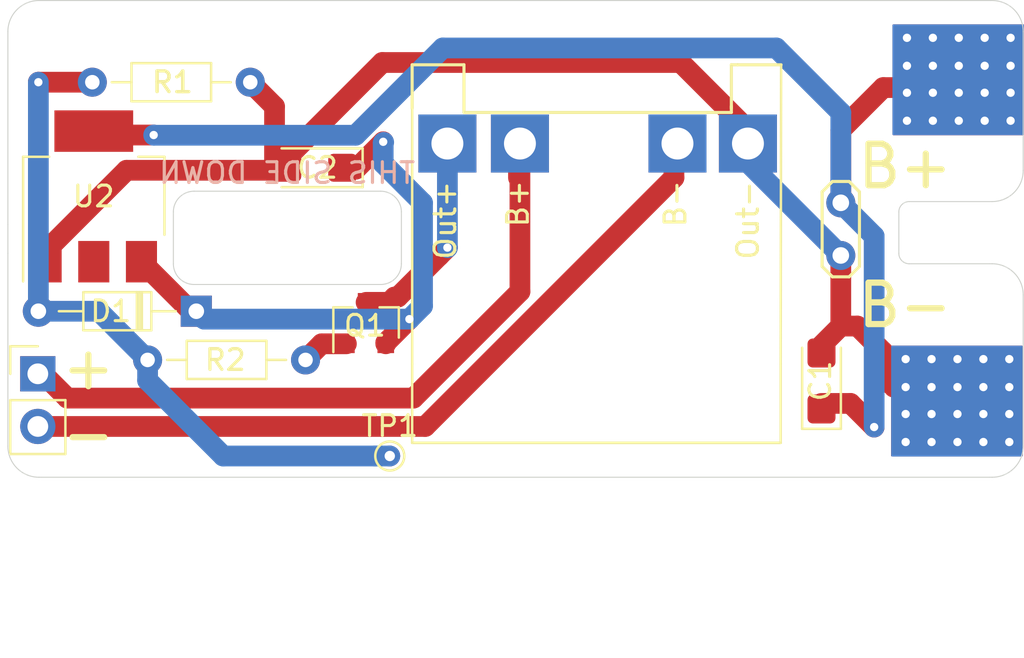
<source format=kicad_pcb>
(kicad_pcb (version 20171130) (host pcbnew "(5.1.5)-3")

  (general
    (thickness 1.6)
    (drawings 42)
    (tracks 123)
    (zones 0)
    (modules 11)
    (nets 9)
  )

  (page A4)
  (layers
    (0 F.Cu signal)
    (31 B.Cu signal)
    (32 B.Adhes user)
    (33 F.Adhes user)
    (34 B.Paste user)
    (35 F.Paste user)
    (36 B.SilkS user)
    (37 F.SilkS user)
    (38 B.Mask user)
    (39 F.Mask user)
    (40 Dwgs.User user hide)
    (41 Cmts.User user hide)
    (42 Eco1.User user hide)
    (43 Eco2.User user hide)
    (44 Edge.Cuts user)
    (45 Margin user)
    (46 B.CrtYd user)
    (47 F.CrtYd user)
    (48 B.Fab user hide)
    (49 F.Fab user hide)
  )

  (setup
    (last_trace_width 0.25)
    (user_trace_width 1)
    (trace_clearance 0.2)
    (zone_clearance 0.508)
    (zone_45_only no)
    (trace_min 0.2)
    (via_size 0.8)
    (via_drill 0.4)
    (via_min_size 0.4)
    (via_min_drill 0.3)
    (uvia_size 0.3)
    (uvia_drill 0.1)
    (uvias_allowed no)
    (uvia_min_size 0.2)
    (uvia_min_drill 0.1)
    (edge_width 0.05)
    (segment_width 0.2)
    (pcb_text_width 0.3)
    (pcb_text_size 1.5 1.5)
    (mod_edge_width 0.12)
    (mod_text_size 1 1)
    (mod_text_width 0.15)
    (pad_size 1.524 1.524)
    (pad_drill 0.762)
    (pad_to_mask_clearance 0.051)
    (solder_mask_min_width 0.25)
    (aux_axis_origin 0 0)
    (visible_elements 7FFFFFFF)
    (pcbplotparams
      (layerselection 0x010f0_ffffffff)
      (usegerberextensions true)
      (usegerberattributes false)
      (usegerberadvancedattributes false)
      (creategerberjobfile false)
      (excludeedgelayer true)
      (linewidth 0.100000)
      (plotframeref false)
      (viasonmask false)
      (mode 1)
      (useauxorigin false)
      (hpglpennumber 1)
      (hpglpenspeed 20)
      (hpglpendiameter 15.000000)
      (psnegative false)
      (psa4output false)
      (plotreference true)
      (plotvalue true)
      (plotinvisibletext false)
      (padsonsilk false)
      (subtractmaskfromsilk false)
      (outputformat 1)
      (mirror false)
      (drillshape 0)
      (scaleselection 1)
      (outputdirectory "gerbers/"))
  )

  (net 0 "")
  (net 1 "Net-(BT1-Pad2)")
  (net 2 "Net-(BT1-Pad1)")
  (net 3 "Net-(D1-Pad2)")
  (net 4 "Net-(Q1-Pad3)")
  (net 5 "Net-(Q1-Pad1)")
  (net 6 "Net-(C1-Pad2)")
  (net 7 "Net-(C1-Pad1)")
  (net 8 "Net-(C2-Pad1)")

  (net_class Default "This is the default net class."
    (clearance 0.2)
    (trace_width 0.25)
    (via_dia 0.8)
    (via_drill 0.4)
    (uvia_dia 0.3)
    (uvia_drill 0.1)
    (add_net "Net-(BT1-Pad1)")
    (add_net "Net-(BT1-Pad2)")
    (add_net "Net-(C1-Pad1)")
    (add_net "Net-(C1-Pad2)")
    (add_net "Net-(C2-Pad1)")
    (add_net "Net-(D1-Pad2)")
    (add_net "Net-(Q1-Pad1)")
    (add_net "Net-(Q1-Pad3)")
  )

  (module Capacitor_Tantalum_SMD:CP_EIA-3216-18_Kemet-A (layer F.Cu) (tedit 5B301BBE) (tstamp 5EAA2980)
    (at 91.821 27.3685 180)
    (descr "Tantalum Capacitor SMD Kemet-A (3216-18 Metric), IPC_7351 nominal, (Body size from: http://www.kemet.com/Lists/ProductCatalog/Attachments/253/KEM_TC101_STD.pdf), generated with kicad-footprint-generator")
    (tags "capacitor tantalum")
    (path /5EA9F1F5)
    (attr smd)
    (fp_text reference C2 (at -0.127 0) (layer F.SilkS)
      (effects (font (size 1 1) (thickness 0.15)))
    )
    (fp_text value 10u (at 0 1.75) (layer F.Fab)
      (effects (font (size 1 1) (thickness 0.15)))
    )
    (fp_text user %R (at 0 0) (layer F.Fab)
      (effects (font (size 0.8 0.8) (thickness 0.12)))
    )
    (fp_line (start 2.3 1.05) (end -2.3 1.05) (layer F.CrtYd) (width 0.05))
    (fp_line (start 2.3 -1.05) (end 2.3 1.05) (layer F.CrtYd) (width 0.05))
    (fp_line (start -2.3 -1.05) (end 2.3 -1.05) (layer F.CrtYd) (width 0.05))
    (fp_line (start -2.3 1.05) (end -2.3 -1.05) (layer F.CrtYd) (width 0.05))
    (fp_line (start -2.31 0.935) (end 1.6 0.935) (layer F.SilkS) (width 0.12))
    (fp_line (start -2.31 -0.935) (end -2.31 0.935) (layer F.SilkS) (width 0.12))
    (fp_line (start 1.6 -0.935) (end -2.31 -0.935) (layer F.SilkS) (width 0.12))
    (fp_line (start 1.6 0.8) (end 1.6 -0.8) (layer F.Fab) (width 0.1))
    (fp_line (start -1.6 0.8) (end 1.6 0.8) (layer F.Fab) (width 0.1))
    (fp_line (start -1.6 -0.4) (end -1.6 0.8) (layer F.Fab) (width 0.1))
    (fp_line (start -1.2 -0.8) (end -1.6 -0.4) (layer F.Fab) (width 0.1))
    (fp_line (start 1.6 -0.8) (end -1.2 -0.8) (layer F.Fab) (width 0.1))
    (pad 2 smd roundrect (at 1.35 0 180) (size 1.4 1.35) (layers F.Cu F.Paste F.Mask) (roundrect_rratio 0.185185)
      (net 6 "Net-(C1-Pad2)"))
    (pad 1 smd roundrect (at -1.35 0 180) (size 1.4 1.35) (layers F.Cu F.Paste F.Mask) (roundrect_rratio 0.185185)
      (net 8 "Net-(C2-Pad1)"))
    (model ${KISYS3DMOD}/Capacitor_Tantalum_SMD.3dshapes/CP_EIA-3216-18_Kemet-A.wrl
      (at (xyz 0 0 0))
      (scale (xyz 1 1 1))
      (rotate (xyz 0 0 0))
    )
  )

  (module Capacitor_Tantalum_SMD:CP_EIA-3216-18_Kemet-A (layer F.Cu) (tedit 5B301BBE) (tstamp 5EAA296D)
    (at 116.2685 37.6555 90)
    (descr "Tantalum Capacitor SMD Kemet-A (3216-18 Metric), IPC_7351 nominal, (Body size from: http://www.kemet.com/Lists/ProductCatalog/Attachments/253/KEM_TC101_STD.pdf), generated with kicad-footprint-generator")
    (tags "capacitor tantalum")
    (path /5EAA0031)
    (attr smd)
    (fp_text reference C1 (at 0 -0.0635 90) (layer F.SilkS)
      (effects (font (size 1 1) (thickness 0.15)))
    )
    (fp_text value 22u (at 0 1.75 90) (layer F.Fab)
      (effects (font (size 1 1) (thickness 0.15)))
    )
    (fp_text user %R (at 0 0 90) (layer F.Fab)
      (effects (font (size 0.8 0.8) (thickness 0.12)))
    )
    (fp_line (start 2.3 1.05) (end -2.3 1.05) (layer F.CrtYd) (width 0.05))
    (fp_line (start 2.3 -1.05) (end 2.3 1.05) (layer F.CrtYd) (width 0.05))
    (fp_line (start -2.3 -1.05) (end 2.3 -1.05) (layer F.CrtYd) (width 0.05))
    (fp_line (start -2.3 1.05) (end -2.3 -1.05) (layer F.CrtYd) (width 0.05))
    (fp_line (start -2.31 0.935) (end 1.6 0.935) (layer F.SilkS) (width 0.12))
    (fp_line (start -2.31 -0.935) (end -2.31 0.935) (layer F.SilkS) (width 0.12))
    (fp_line (start 1.6 -0.935) (end -2.31 -0.935) (layer F.SilkS) (width 0.12))
    (fp_line (start 1.6 0.8) (end 1.6 -0.8) (layer F.Fab) (width 0.1))
    (fp_line (start -1.6 0.8) (end 1.6 0.8) (layer F.Fab) (width 0.1))
    (fp_line (start -1.6 -0.4) (end -1.6 0.8) (layer F.Fab) (width 0.1))
    (fp_line (start -1.2 -0.8) (end -1.6 -0.4) (layer F.Fab) (width 0.1))
    (fp_line (start 1.6 -0.8) (end -1.2 -0.8) (layer F.Fab) (width 0.1))
    (pad 2 smd roundrect (at 1.35 0 90) (size 1.4 1.35) (layers F.Cu F.Paste F.Mask) (roundrect_rratio 0.185185)
      (net 6 "Net-(C1-Pad2)"))
    (pad 1 smd roundrect (at -1.35 0 90) (size 1.4 1.35) (layers F.Cu F.Paste F.Mask) (roundrect_rratio 0.185185)
      (net 7 "Net-(C1-Pad1)"))
    (model ${KISYS3DMOD}/Capacitor_Tantalum_SMD.3dshapes/CP_EIA-3216-18_Kemet-A.wrl
      (at (xyz 0 0 0))
      (scale (xyz 1 1 1))
      (rotate (xyz 0 0 0))
    )
  )

  (module TestPoint:TestPoint_THTPad_D1.0mm_Drill0.5mm (layer F.Cu) (tedit 5A0F774F) (tstamp 5EA5F820)
    (at 95.4405 41.275)
    (descr "THT pad as test Point, diameter 1.0mm, hole diameter 0.5mm")
    (tags "test point THT pad")
    (path /5EA46751)
    (attr virtual)
    (fp_text reference TP1 (at 0 -1.448) (layer F.SilkS)
      (effects (font (size 1 1) (thickness 0.15)))
    )
    (fp_text value TestPoint (at 0 1.55) (layer F.Fab)
      (effects (font (size 1 1) (thickness 0.15)))
    )
    (fp_circle (center 0 0) (end 0 0.7) (layer F.SilkS) (width 0.12))
    (fp_circle (center 0 0) (end 1 0) (layer F.CrtYd) (width 0.05))
    (fp_text user %R (at 0 -1.45) (layer F.Fab)
      (effects (font (size 1 1) (thickness 0.15)))
    )
    (pad 1 thru_hole circle (at 0 0) (size 1 1) (drill 0.5) (layers *.Cu *.Mask)
      (net 3 "Net-(D1-Pad2)"))
  )

  (module Resistor_THT:R_Axial_DIN0204_L3.6mm_D1.6mm_P7.62mm_Horizontal (layer F.Cu) (tedit 5AE5139B) (tstamp 5EA5F04B)
    (at 83.7565 36.6395)
    (descr "Resistor, Axial_DIN0204 series, Axial, Horizontal, pin pitch=7.62mm, 0.167W, length*diameter=3.6*1.6mm^2, http://cdn-reichelt.de/documents/datenblatt/B400/1_4W%23YAG.pdf")
    (tags "Resistor Axial_DIN0204 series Axial Horizontal pin pitch 7.62mm 0.167W length 3.6mm diameter 1.6mm")
    (path /5EA6A02A)
    (fp_text reference R2 (at 3.7465 0) (layer F.SilkS)
      (effects (font (size 1 1) (thickness 0.15)))
    )
    (fp_text value 100 (at 3.81 1.92) (layer F.Fab)
      (effects (font (size 1 1) (thickness 0.15)))
    )
    (fp_text user %R (at 3.81 0) (layer F.Fab)
      (effects (font (size 0.72 0.72) (thickness 0.108)))
    )
    (fp_line (start 8.57 -1.05) (end -0.95 -1.05) (layer F.CrtYd) (width 0.05))
    (fp_line (start 8.57 1.05) (end 8.57 -1.05) (layer F.CrtYd) (width 0.05))
    (fp_line (start -0.95 1.05) (end 8.57 1.05) (layer F.CrtYd) (width 0.05))
    (fp_line (start -0.95 -1.05) (end -0.95 1.05) (layer F.CrtYd) (width 0.05))
    (fp_line (start 6.68 0) (end 5.73 0) (layer F.SilkS) (width 0.12))
    (fp_line (start 0.94 0) (end 1.89 0) (layer F.SilkS) (width 0.12))
    (fp_line (start 5.73 -0.92) (end 1.89 -0.92) (layer F.SilkS) (width 0.12))
    (fp_line (start 5.73 0.92) (end 5.73 -0.92) (layer F.SilkS) (width 0.12))
    (fp_line (start 1.89 0.92) (end 5.73 0.92) (layer F.SilkS) (width 0.12))
    (fp_line (start 1.89 -0.92) (end 1.89 0.92) (layer F.SilkS) (width 0.12))
    (fp_line (start 7.62 0) (end 5.61 0) (layer F.Fab) (width 0.1))
    (fp_line (start 0 0) (end 2.01 0) (layer F.Fab) (width 0.1))
    (fp_line (start 5.61 -0.8) (end 2.01 -0.8) (layer F.Fab) (width 0.1))
    (fp_line (start 5.61 0.8) (end 5.61 -0.8) (layer F.Fab) (width 0.1))
    (fp_line (start 2.01 0.8) (end 5.61 0.8) (layer F.Fab) (width 0.1))
    (fp_line (start 2.01 -0.8) (end 2.01 0.8) (layer F.Fab) (width 0.1))
    (pad 2 thru_hole oval (at 7.62 0) (size 1.4 1.4) (drill 0.7) (layers *.Cu *.Mask)
      (net 5 "Net-(Q1-Pad1)"))
    (pad 1 thru_hole circle (at 0 0) (size 1.4 1.4) (drill 0.7) (layers *.Cu *.Mask)
      (net 3 "Net-(D1-Pad2)"))
    (model ${KISYS3DMOD}/Resistor_THT.3dshapes/R_Axial_DIN0204_L3.6mm_D1.6mm_P7.62mm_Horizontal.wrl
      (at (xyz 0 0 0))
      (scale (xyz 1 1 1))
      (rotate (xyz 0 0 0))
    )
  )

  (module Resistor_THT:R_Axial_DIN0204_L3.6mm_D1.6mm_P7.62mm_Horizontal (layer F.Cu) (tedit 5AE5139B) (tstamp 5EA46817)
    (at 81.0895 23.241)
    (descr "Resistor, Axial_DIN0204 series, Axial, Horizontal, pin pitch=7.62mm, 0.167W, length*diameter=3.6*1.6mm^2, http://cdn-reichelt.de/documents/datenblatt/B400/1_4W%23YAG.pdf")
    (tags "Resistor Axial_DIN0204 series Axial Horizontal pin pitch 7.62mm 0.167W length 3.6mm diameter 1.6mm")
    (path /5EA0FDCF)
    (fp_text reference R1 (at 3.853 -0.0015) (layer F.SilkS)
      (effects (font (size 1 1) (thickness 0.15)))
    )
    (fp_text value 100K (at 3.81 1.92) (layer F.Fab)
      (effects (font (size 1 1) (thickness 0.15)))
    )
    (fp_text user %R (at 3.81 0) (layer F.Fab)
      (effects (font (size 0.72 0.72) (thickness 0.108)))
    )
    (fp_line (start 8.57 -1.05) (end -0.95 -1.05) (layer F.CrtYd) (width 0.05))
    (fp_line (start 8.57 1.05) (end 8.57 -1.05) (layer F.CrtYd) (width 0.05))
    (fp_line (start -0.95 1.05) (end 8.57 1.05) (layer F.CrtYd) (width 0.05))
    (fp_line (start -0.95 -1.05) (end -0.95 1.05) (layer F.CrtYd) (width 0.05))
    (fp_line (start 6.68 0) (end 5.73 0) (layer F.SilkS) (width 0.12))
    (fp_line (start 0.94 0) (end 1.89 0) (layer F.SilkS) (width 0.12))
    (fp_line (start 5.73 -0.92) (end 1.89 -0.92) (layer F.SilkS) (width 0.12))
    (fp_line (start 5.73 0.92) (end 5.73 -0.92) (layer F.SilkS) (width 0.12))
    (fp_line (start 1.89 0.92) (end 5.73 0.92) (layer F.SilkS) (width 0.12))
    (fp_line (start 1.89 -0.92) (end 1.89 0.92) (layer F.SilkS) (width 0.12))
    (fp_line (start 7.62 0) (end 5.61 0) (layer F.Fab) (width 0.1))
    (fp_line (start 0 0) (end 2.01 0) (layer F.Fab) (width 0.1))
    (fp_line (start 5.61 -0.8) (end 2.01 -0.8) (layer F.Fab) (width 0.1))
    (fp_line (start 5.61 0.8) (end 5.61 -0.8) (layer F.Fab) (width 0.1))
    (fp_line (start 2.01 0.8) (end 5.61 0.8) (layer F.Fab) (width 0.1))
    (fp_line (start 2.01 -0.8) (end 2.01 0.8) (layer F.Fab) (width 0.1))
    (pad 2 thru_hole oval (at 7.62 0) (size 1.4 1.4) (drill 0.7) (layers *.Cu *.Mask)
      (net 6 "Net-(C1-Pad2)"))
    (pad 1 thru_hole circle (at 0 0) (size 1.4 1.4) (drill 0.7) (layers *.Cu *.Mask)
      (net 3 "Net-(D1-Pad2)"))
    (model ${KISYS3DMOD}/Resistor_THT.3dshapes/R_Axial_DIN0204_L3.6mm_D1.6mm_P7.62mm_Horizontal.wrl
      (at (xyz 0 0 0))
      (scale (xyz 1 1 1))
      (rotate (xyz 0 0 0))
    )
  )

  (module kiCad_mod:TP4056-18650 (layer F.Cu) (tedit 5EA46347) (tstamp 5EA4759A)
    (at 96.52 50.8 90)
    (path /5EA05227)
    (fp_text reference U1 (at 13.6 19.6 90) (layer F.SilkS) hide
      (effects (font (size 1 1) (thickness 0.15)))
    )
    (fp_text value misc_tp4056_board-tp4056 (at 13 -1.6 90) (layer F.Fab) hide
      (effects (font (size 1 1) (thickness 0.15)))
    )
    (fp_text user Out- (at 20.9 16.2 90) (layer F.SilkS)
      (effects (font (size 1 1) (thickness 0.15)))
    )
    (fp_text user Out+ (at 20.9 1.6 90) (layer F.SilkS)
      (effects (font (size 1 1) (thickness 0.15)))
    )
    (fp_text user B- (at 21.7 12.7 90) (layer F.SilkS)
      (effects (font (size 1 1) (thickness 0.15)))
    )
    (fp_text user B+ (at 21.7 5.1 90) (layer F.SilkS)
      (effects (font (size 1 1) (thickness 0.15)))
    )
    (fp_line (start 28.4 15.7) (end 28.4 17.8) (layer F.SilkS) (width 0.15))
    (fp_line (start 28.4 2.5) (end 26.1 2.5) (layer F.SilkS) (width 0.15))
    (fp_line (start 28.4 0) (end 28.4 2.5) (layer F.SilkS) (width 0.15))
    (fp_line (start 26.3 0) (end 28.4 0) (layer F.SilkS) (width 0.15))
    (fp_line (start 28.4 15.4) (end 28.4 15.7) (layer F.SilkS) (width 0.15))
    (fp_line (start 26.3 15.4) (end 28.4 15.4) (layer F.SilkS) (width 0.15))
    (fp_line (start 26.1 15.4) (end 26.4 15.4) (layer F.SilkS) (width 0.15))
    (fp_line (start 26.1 2.5) (end 26.1 15.4) (layer F.SilkS) (width 0.15))
    (fp_line (start 26.3 0) (end 13.97 0) (layer F.SilkS) (width 0.12))
    (fp_line (start 13.97 17.78) (end 28.4 17.8) (layer F.SilkS) (width 0.12))
    (fp_line (start 10.16 0) (end 10.16 17.78) (layer F.SilkS) (width 0.12))
    (fp_line (start 13.97 0) (end 10.16 0) (layer F.SilkS) (width 0.12))
    (fp_line (start 10.16 0) (end 10.16 17.78) (layer F.SilkS) (width 0.12))
    (fp_line (start 10.16 17.78) (end 13.97 17.78) (layer F.SilkS) (width 0.12))
    (pad 5 thru_hole rect (at 24.6 1.7 90) (size 2.8 2.8) (drill 1.54) (layers *.Cu *.Mask)
      (net 4 "Net-(Q1-Pad3)"))
    (pad 6 thru_hole rect (at 24.6 16.2 90) (size 2.8 2.8) (drill 1.54) (layers *.Cu *.Mask)
      (net 6 "Net-(C1-Pad2)"))
    (pad 3 thru_hole rect (at 24.6 5.2 90) (size 2.8 2.8) (drill 1.54) (layers *.Cu *.Mask)
      (net 2 "Net-(BT1-Pad1)"))
    (pad 4 thru_hole rect (at 24.6 12.8 90) (size 2.8 2.8) (drill 1.54) (layers *.Cu *.Mask)
      (net 1 "Net-(BT1-Pad2)"))
  )

  (module Package_TO_SOT_SMD:SOT-223-3_TabPin2 (layer F.Cu) (tedit 5A02FF57) (tstamp 5EA49B96)
    (at 81.16 28.75 90)
    (descr "module CMS SOT223 4 pins")
    (tags "CMS SOT")
    (path /5EA50985)
    (attr smd)
    (fp_text reference U2 (at 0 -0.007 180) (layer F.SilkS)
      (effects (font (size 1 1) (thickness 0.15)))
    )
    (fp_text value AMS1117-3.3 (at 0 4.5 90) (layer F.Fab)
      (effects (font (size 1 1) (thickness 0.15)))
    )
    (fp_line (start 1.85 -3.35) (end 1.85 3.35) (layer F.Fab) (width 0.1))
    (fp_line (start -1.85 3.35) (end 1.85 3.35) (layer F.Fab) (width 0.1))
    (fp_line (start -4.1 -3.41) (end 1.91 -3.41) (layer F.SilkS) (width 0.12))
    (fp_line (start -0.85 -3.35) (end 1.85 -3.35) (layer F.Fab) (width 0.1))
    (fp_line (start -1.85 3.41) (end 1.91 3.41) (layer F.SilkS) (width 0.12))
    (fp_line (start -1.85 -2.35) (end -1.85 3.35) (layer F.Fab) (width 0.1))
    (fp_line (start -1.85 -2.35) (end -0.85 -3.35) (layer F.Fab) (width 0.1))
    (fp_line (start -4.4 -3.6) (end -4.4 3.6) (layer F.CrtYd) (width 0.05))
    (fp_line (start -4.4 3.6) (end 4.4 3.6) (layer F.CrtYd) (width 0.05))
    (fp_line (start 4.4 3.6) (end 4.4 -3.6) (layer F.CrtYd) (width 0.05))
    (fp_line (start 4.4 -3.6) (end -4.4 -3.6) (layer F.CrtYd) (width 0.05))
    (fp_line (start 1.91 -3.41) (end 1.91 -2.15) (layer F.SilkS) (width 0.12))
    (fp_line (start 1.91 3.41) (end 1.91 2.15) (layer F.SilkS) (width 0.12))
    (fp_text user %R (at 0 0) (layer F.Fab)
      (effects (font (size 0.8 0.8) (thickness 0.12)))
    )
    (pad 1 smd rect (at -3.15 -2.3 90) (size 2 1.5) (layers F.Cu F.Paste F.Mask)
      (net 6 "Net-(C1-Pad2)"))
    (pad 3 smd rect (at -3.15 2.3 90) (size 2 1.5) (layers F.Cu F.Paste F.Mask)
      (net 8 "Net-(C2-Pad1)"))
    (pad 2 smd rect (at -3.15 0 90) (size 2 1.5) (layers F.Cu F.Paste F.Mask)
      (net 7 "Net-(C1-Pad1)"))
    (pad 2 smd rect (at 3.15 0 90) (size 2 3.8) (layers F.Cu F.Paste F.Mask)
      (net 7 "Net-(C1-Pad1)"))
    (model ${KISYS3DMOD}/Package_TO_SOT_SMD.3dshapes/SOT-223.wrl
      (at (xyz 0 0 0))
      (scale (xyz 1 1 1))
      (rotate (xyz 0 0 0))
    )
  )

  (module Package_TO_SOT_SMD:SOT-23 (layer F.Cu) (tedit 5A02FF57) (tstamp 5EA46800)
    (at 94.2975 34.8615 90)
    (descr "SOT-23, Standard")
    (tags SOT-23)
    (path /5EA05791)
    (attr smd)
    (fp_text reference Q1 (at -0.165 -0.0275 180) (layer F.SilkS) hide
      (effects (font (size 1 1) (thickness 0.15)))
    )
    (fp_text value Si2301DS (at 0 2.5 90) (layer F.Fab)
      (effects (font (size 1 1) (thickness 0.15)))
    )
    (fp_line (start 0.76 1.58) (end -0.7 1.58) (layer F.SilkS) (width 0.12))
    (fp_line (start 0.76 -1.58) (end -1.4 -1.58) (layer F.SilkS) (width 0.12))
    (fp_line (start -1.7 1.75) (end -1.7 -1.75) (layer F.CrtYd) (width 0.05))
    (fp_line (start 1.7 1.75) (end -1.7 1.75) (layer F.CrtYd) (width 0.05))
    (fp_line (start 1.7 -1.75) (end 1.7 1.75) (layer F.CrtYd) (width 0.05))
    (fp_line (start -1.7 -1.75) (end 1.7 -1.75) (layer F.CrtYd) (width 0.05))
    (fp_line (start 0.76 -1.58) (end 0.76 -0.65) (layer F.SilkS) (width 0.12))
    (fp_line (start 0.76 1.58) (end 0.76 0.65) (layer F.SilkS) (width 0.12))
    (fp_line (start -0.7 1.52) (end 0.7 1.52) (layer F.Fab) (width 0.1))
    (fp_line (start 0.7 -1.52) (end 0.7 1.52) (layer F.Fab) (width 0.1))
    (fp_line (start -0.7 -0.95) (end -0.15 -1.52) (layer F.Fab) (width 0.1))
    (fp_line (start -0.15 -1.52) (end 0.7 -1.52) (layer F.Fab) (width 0.1))
    (fp_line (start -0.7 -0.95) (end -0.7 1.5) (layer F.Fab) (width 0.1))
    (fp_text user %R (at 0.11 1.61) (layer F.Fab)
      (effects (font (size 0.5 0.5) (thickness 0.075)))
    )
    (pad 3 smd rect (at 1 0 90) (size 0.9 0.8) (layers F.Cu F.Paste F.Mask)
      (net 4 "Net-(Q1-Pad3)"))
    (pad 2 smd rect (at -1 0.95 90) (size 0.9 0.8) (layers F.Cu F.Paste F.Mask)
      (net 8 "Net-(C2-Pad1)"))
    (pad 1 smd rect (at -1 -0.95 90) (size 0.9 0.8) (layers F.Cu F.Paste F.Mask)
      (net 5 "Net-(Q1-Pad1)"))
    (model ${KISYS3DMOD}/Package_TO_SOT_SMD.3dshapes/SOT-23.wrl
      (at (xyz 0 0 0))
      (scale (xyz 1 1 1))
      (rotate (xyz 0 0 0))
    )
  )

  (module Diode_THT:D_DO-34_SOD68_P7.62mm_Horizontal (layer F.Cu) (tedit 5AE50CD5) (tstamp 5EA467BF)
    (at 86.106 34.29 180)
    (descr "Diode, DO-34_SOD68 series, Axial, Horizontal, pin pitch=7.62mm, , length*diameter=3.04*1.6mm^2, , https://www.nxp.com/docs/en/data-sheet/KTY83_SER.pdf")
    (tags "Diode DO-34_SOD68 series Axial Horizontal pin pitch 7.62mm  length 3.04mm diameter 1.6mm")
    (path /5EA0E8EF)
    (fp_text reference D1 (at 4.0915 -0.0235) (layer F.SilkS) hide
      (effects (font (size 1 1) (thickness 0.15)))
    )
    (fp_text value D (at 3.81 1.92) (layer F.Fab)
      (effects (font (size 1 1) (thickness 0.15)))
    )
    (fp_text user K (at 0 -1.75) (layer F.SilkS) hide
      (effects (font (size 1 1) (thickness 0.15)))
    )
    (fp_text user K (at 0 -1.75) (layer F.Fab) hide
      (effects (font (size 1 1) (thickness 0.15)))
    )
    (fp_text user %R (at 3.91 -0.12) (layer F.Fab)
      (effects (font (size 0.608 0.608) (thickness 0.0912)))
    )
    (fp_line (start 8.63 -1.05) (end -1 -1.05) (layer F.CrtYd) (width 0.05))
    (fp_line (start 8.63 1.05) (end 8.63 -1.05) (layer F.CrtYd) (width 0.05))
    (fp_line (start -1 1.05) (end 8.63 1.05) (layer F.CrtYd) (width 0.05))
    (fp_line (start -1 -1.05) (end -1 1.05) (layer F.CrtYd) (width 0.05))
    (fp_line (start 2.626 -0.92) (end 2.626 0.92) (layer F.SilkS) (width 0.12))
    (fp_line (start 2.866 -0.92) (end 2.866 0.92) (layer F.SilkS) (width 0.12))
    (fp_line (start 2.746 -0.92) (end 2.746 0.92) (layer F.SilkS) (width 0.12))
    (fp_line (start 6.63 0) (end 5.45 0) (layer F.SilkS) (width 0.12))
    (fp_line (start 0.99 0) (end 2.17 0) (layer F.SilkS) (width 0.12))
    (fp_line (start 5.45 -0.92) (end 2.17 -0.92) (layer F.SilkS) (width 0.12))
    (fp_line (start 5.45 0.92) (end 5.45 -0.92) (layer F.SilkS) (width 0.12))
    (fp_line (start 2.17 0.92) (end 5.45 0.92) (layer F.SilkS) (width 0.12))
    (fp_line (start 2.17 -0.92) (end 2.17 0.92) (layer F.SilkS) (width 0.12))
    (fp_line (start 2.646 -0.8) (end 2.646 0.8) (layer F.Fab) (width 0.1))
    (fp_line (start 2.846 -0.8) (end 2.846 0.8) (layer F.Fab) (width 0.1))
    (fp_line (start 2.746 -0.8) (end 2.746 0.8) (layer F.Fab) (width 0.1))
    (fp_line (start 7.62 0) (end 5.33 0) (layer F.Fab) (width 0.1))
    (fp_line (start 0 0) (end 2.29 0) (layer F.Fab) (width 0.1))
    (fp_line (start 5.33 -0.8) (end 2.29 -0.8) (layer F.Fab) (width 0.1))
    (fp_line (start 5.33 0.8) (end 5.33 -0.8) (layer F.Fab) (width 0.1))
    (fp_line (start 2.29 0.8) (end 5.33 0.8) (layer F.Fab) (width 0.1))
    (fp_line (start 2.29 -0.8) (end 2.29 0.8) (layer F.Fab) (width 0.1))
    (pad 2 thru_hole oval (at 7.62 0 180) (size 1.5 1.5) (drill 0.75) (layers *.Cu *.Mask)
      (net 3 "Net-(D1-Pad2)"))
    (pad 1 thru_hole rect (at 0 0 180) (size 1.5 1.5) (drill 0.75) (layers *.Cu *.Mask)
      (net 8 "Net-(C2-Pad1)"))
    (model ${KISYS3DMOD}/Diode_THT.3dshapes/D_DO-34_SOD68_P7.62mm_Horizontal.wrl
      (at (xyz 0 0 0))
      (scale (xyz 1 1 1))
      (rotate (xyz 0 0 0))
    )
  )

  (module TestPoint:TestPoint_2Pads_Pitch2.54mm_Drill0.8mm (layer F.Cu) (tedit 5A0F774F) (tstamp 5E2E495F)
    (at 117.2 31.6 90)
    (descr "Test point with 2 pins, pitch 2.54mm, drill diameter 0.8mm")
    (tags "CONN DEV")
    (path /5E2E1CEE)
    (attr virtual)
    (fp_text reference J1 (at 1.3 -2 90) (layer F.SilkS) hide
      (effects (font (size 1 1) (thickness 0.15)))
    )
    (fp_text value Conn_01x02_Male (at 1.27 2 90) (layer F.Fab)
      (effects (font (size 1 1) (thickness 0.15)))
    )
    (fp_line (start -1.03 -0.4) (end -0.53 -0.9) (layer F.SilkS) (width 0.15))
    (fp_line (start -1.03 0.4) (end -1.03 -0.4) (layer F.SilkS) (width 0.15))
    (fp_line (start -0.53 0.9) (end -1.03 0.4) (layer F.SilkS) (width 0.15))
    (fp_line (start 3.07 0.9) (end -0.53 0.9) (layer F.SilkS) (width 0.15))
    (fp_line (start 3.57 0.4) (end 3.07 0.9) (layer F.SilkS) (width 0.15))
    (fp_line (start 3.57 -0.4) (end 3.57 0.4) (layer F.SilkS) (width 0.15))
    (fp_line (start 3.07 -0.9) (end 3.57 -0.4) (layer F.SilkS) (width 0.15))
    (fp_line (start -0.53 -0.9) (end 3.07 -0.9) (layer F.SilkS) (width 0.15))
    (fp_line (start -1.3 0.5) (end -0.65 1.15) (layer F.CrtYd) (width 0.05))
    (fp_line (start -1.3 -0.5) (end -1.3 0.5) (layer F.CrtYd) (width 0.05))
    (fp_line (start -0.65 -1.15) (end -1.3 -0.5) (layer F.CrtYd) (width 0.05))
    (fp_line (start 3.15 -1.15) (end -0.65 -1.15) (layer F.CrtYd) (width 0.05))
    (fp_line (start 3.8 -0.5) (end 3.15 -1.15) (layer F.CrtYd) (width 0.05))
    (fp_line (start 3.8 0.5) (end 3.8 -0.5) (layer F.CrtYd) (width 0.05))
    (fp_line (start 3.15 1.15) (end 3.8 0.5) (layer F.CrtYd) (width 0.05))
    (fp_line (start -0.65 1.15) (end 3.15 1.15) (layer F.CrtYd) (width 0.05))
    (fp_text user %R (at 1.3 -2 90) (layer F.Fab) hide
      (effects (font (size 1 1) (thickness 0.15)))
    )
    (pad 2 thru_hole circle (at 2.54 0 90) (size 1.4 1.4) (drill 0.8) (layers *.Cu *.Mask)
      (net 7 "Net-(C1-Pad1)"))
    (pad 1 thru_hole circle (at 0 0 90) (size 1.4 1.4) (drill 0.8) (layers *.Cu *.Mask)
      (net 6 "Net-(C1-Pad2)"))
  )

  (module Connector_PinHeader_2.54mm:PinHeader_1x02_P2.54mm_Vertical (layer F.Cu) (tedit 59FED5CC) (tstamp 5EA5DCB4)
    (at 78.4605 37.3095)
    (descr "Through hole straight pin header, 1x02, 2.54mm pitch, single row")
    (tags "Through hole pin header THT 1x02 2.54mm single row")
    (path /5E2E12D0)
    (fp_text reference BT1 (at 1.1685 4.41) (layer F.SilkS) hide
      (effects (font (size 1 1) (thickness 0.15)))
    )
    (fp_text value Battery_Cell (at 0 4.87) (layer F.Fab)
      (effects (font (size 1 1) (thickness 0.15)))
    )
    (fp_text user %R (at 0 1.27 90) (layer F.Fab)
      (effects (font (size 1 1) (thickness 0.15)))
    )
    (fp_line (start 1.8 -1.8) (end -1.8 -1.8) (layer F.CrtYd) (width 0.05))
    (fp_line (start 1.8 4.35) (end 1.8 -1.8) (layer F.CrtYd) (width 0.05))
    (fp_line (start -1.8 4.35) (end 1.8 4.35) (layer F.CrtYd) (width 0.05))
    (fp_line (start -1.8 -1.8) (end -1.8 4.35) (layer F.CrtYd) (width 0.05))
    (fp_line (start -1.33 -1.33) (end 0 -1.33) (layer F.SilkS) (width 0.12))
    (fp_line (start -1.33 0) (end -1.33 -1.33) (layer F.SilkS) (width 0.12))
    (fp_line (start -1.33 1.27) (end 1.33 1.27) (layer F.SilkS) (width 0.12))
    (fp_line (start 1.33 1.27) (end 1.33 3.87) (layer F.SilkS) (width 0.12))
    (fp_line (start -1.33 1.27) (end -1.33 3.87) (layer F.SilkS) (width 0.12))
    (fp_line (start -1.33 3.87) (end 1.33 3.87) (layer F.SilkS) (width 0.12))
    (fp_line (start -1.27 -0.635) (end -0.635 -1.27) (layer F.Fab) (width 0.1))
    (fp_line (start -1.27 3.81) (end -1.27 -0.635) (layer F.Fab) (width 0.1))
    (fp_line (start 1.27 3.81) (end -1.27 3.81) (layer F.Fab) (width 0.1))
    (fp_line (start 1.27 -1.27) (end 1.27 3.81) (layer F.Fab) (width 0.1))
    (fp_line (start -0.635 -1.27) (end 1.27 -1.27) (layer F.Fab) (width 0.1))
    (pad 2 thru_hole oval (at 0 2.54) (size 1.7 1.7) (drill 1) (layers *.Cu *.Mask)
      (net 1 "Net-(BT1-Pad2)"))
    (pad 1 thru_hole rect (at 0 0) (size 1.7 1.7) (drill 1) (layers *.Cu *.Mask)
      (net 2 "Net-(BT1-Pad1)"))
    (model ${KISYS3DMOD}/Connector_PinHeader_2.54mm.3dshapes/PinHeader_1x02_P2.54mm_Vertical.wrl
      (at (xyz 0 0 0))
      (scale (xyz 1 1 1))
      (rotate (xyz 0 0 0))
    )
  )

  (gr_text "R2\n" (at 87.503 36.6395) (layer F.SilkS)
    (effects (font (size 1 1) (thickness 0.15)))
  )
  (gr_text Q1 (at 94.234 34.9885) (layer F.SilkS)
    (effects (font (size 1 1) (thickness 0.15)))
  )
  (gr_text R1 (at 84.963 23.241) (layer F.SilkS)
    (effects (font (size 1 1) (thickness 0.15)))
  )
  (gr_text D1 (at 81.9785 34.29) (layer F.SilkS)
    (effects (font (size 1 1) (thickness 0.15)))
  )
  (gr_text "THIS SIDE DOWN" (at 90.4875 27.6225) (layer B.SilkS)
    (effects (font (size 1 1) (thickness 0.15)) (justify mirror))
  )
  (gr_line (start 77.016 30.1) (end 77.016 31.5) (layer Edge.Cuts) (width 0.05) (tstamp 5EA5DCE8))
  (gr_line (start 77.016 30.1) (end 77.016 20.8) (layer Edge.Cuts) (width 0.05) (tstamp 5EA5DC9A))
  (gr_line (start 77.016 40.8) (end 77.016 31.5) (layer Edge.Cuts) (width 0.05) (tstamp 5EA5DC97))
  (gr_arc (start 78.516 20.8) (end 78.516 19.3) (angle -90) (layer Edge.Cuts) (width 0.05) (tstamp 5EA5DC9D))
  (gr_arc (start 78.516 40.8) (end 77.016 40.8) (angle -90) (layer Edge.Cuts) (width 0.05) (tstamp 5EA5DC91))
  (gr_text B- (at 120.3 34) (layer F.SilkS) (tstamp 5E2E59D5)
    (effects (font (size 2 2) (thickness 0.3)))
  )
  (gr_text B+ (at 120.3 27.3) (layer F.SilkS) (tstamp 5E2E59D5)
    (effects (font (size 2 2) (thickness 0.3)))
  )
  (gr_text "+\n-" (at 80.899 38.608) (layer F.SilkS)
    (effects (font (size 2 2) (thickness 0.3)))
  )
  (gr_poly (pts (xy 125.9285 41.25) (xy 119.6785 41.25) (xy 119.6785 36) (xy 125.9285 36)) (layer B.Mask) (width 0.1) (tstamp 5E471859))
  (gr_poly (pts (xy 125.9285 41.25) (xy 119.6785 41.25) (xy 119.6785 36) (xy 125.9285 36)) (layer B.Cu) (width 0.1) (tstamp 5E47185F))
  (gr_poly (pts (xy 125.9285 41.25) (xy 119.6785 41.25) (xy 119.6785 36) (xy 125.9285 36)) (layer F.Cu) (width 0.1) (tstamp 5E471862))
  (gr_poly (pts (xy 125.9285 41.25) (xy 119.6785 41.25) (xy 119.6785 36) (xy 125.9285 36)) (layer F.Mask) (width 0.1) (tstamp 5E47185C))
  (gr_poly (pts (xy 125.992 25.75) (xy 119.742 25.75) (xy 119.742 20.5) (xy 125.992 20.5)) (layer B.Mask) (width 0.1) (tstamp 5E2E4E60))
  (gr_poly (pts (xy 125.992 25.75) (xy 119.742 25.75) (xy 119.742 20.5) (xy 125.992 20.5)) (layer B.Cu) (width 0.1) (tstamp 5E2E4E60))
  (gr_arc (start 120.5 31.5) (end 120 31.5) (angle -90) (layer Edge.Cuts) (width 0.05))
  (gr_arc (start 120.5 29.5) (end 120.5 29) (angle -90) (layer Edge.Cuts) (width 0.05))
  (gr_poly (pts (xy 125.992 25.75) (xy 119.742 25.75) (xy 119.742 20.5) (xy 125.992 20.5)) (layer F.Mask) (width 0.1) (tstamp 5E2E4BEC))
  (gr_poly (pts (xy 125.992 25.75) (xy 119.742 25.75) (xy 119.742 20.5) (xy 125.992 20.5)) (layer F.Cu) (width 0.1) (tstamp 5E2E4BE7))
  (gr_arc (start 86 29.5) (end 86 28.5) (angle -90) (layer Edge.Cuts) (width 0.05) (tstamp 5E2E4BCF))
  (gr_arc (start 86 32) (end 85 32) (angle -90) (layer Edge.Cuts) (width 0.05) (tstamp 5E2E4BCF))
  (gr_arc (start 95 32) (end 95 33) (angle -90) (layer Edge.Cuts) (width 0.05) (tstamp 5E2E4BCF))
  (gr_arc (start 95 29.5) (end 96 29.5) (angle -90) (layer Edge.Cuts) (width 0.05))
  (gr_arc (start 124.5 40.8) (end 124.5 42.3) (angle -90) (layer Edge.Cuts) (width 0.05) (tstamp 5E2E4D3E))
  (gr_arc (start 124.5 33.5) (end 126 33.5) (angle -90) (layer Edge.Cuts) (width 0.05) (tstamp 5E2E4D41))
  (gr_arc (start 124.5 27.5) (end 124.5 29) (angle -90) (layer Edge.Cuts) (width 0.05) (tstamp 5E2E4D3B))
  (gr_arc (start 124.5 20.8) (end 126 20.8) (angle -90) (layer Edge.Cuts) (width 0.05) (tstamp 5E2E4D35))
  (gr_line (start 126 33.5) (end 126 40.8) (layer Edge.Cuts) (width 0.05) (tstamp 5E2E4D2F))
  (gr_line (start 126 27.5) (end 126 20.8) (layer Edge.Cuts) (width 0.05) (tstamp 5E2E4D44))
  (gr_line (start 120.5 29) (end 124.5 29) (layer Edge.Cuts) (width 0.05) (tstamp 5E2E4D38))
  (gr_line (start 120 31.5) (end 120 29.5) (layer Edge.Cuts) (width 0.05) (tstamp 5E2E4D2C))
  (gr_line (start 124.5 32) (end 120.5 32) (layer Edge.Cuts) (width 0.05) (tstamp 5E2E4D32))
  (gr_line (start 95 33) (end 86 33) (layer Edge.Cuts) (width 0.05) (tstamp 5E2E4A51))
  (gr_line (start 96 29.5) (end 96 32) (layer Edge.Cuts) (width 0.05) (tstamp 5E2E4A3F))
  (gr_line (start 86 28.5) (end 95 28.5) (layer Edge.Cuts) (width 0.05) (tstamp 5E2E4A4E))
  (gr_line (start 85 32) (end 85 29.5) (layer Edge.Cuts) (width 0.05) (tstamp 5E2E4A48))
  (gr_line (start 78.516 19.3) (end 124.5 19.3) (layer Edge.Cuts) (width 0.05) (tstamp 5E2E4A4B))
  (gr_line (start 78.516 42.3) (end 124.5 42.3) (layer Edge.Cuts) (width 0.05) (tstamp 5E2E4A42))

  (via (at 121.642 21.1) (size 0.8) (drill 0.4) (layers F.Cu B.Cu) (net 0) (tstamp 5E2E4F56))
  (via (at 125.392 25.1) (size 0.8) (drill 0.4) (layers F.Cu B.Cu) (net 0) (tstamp 5E2E4F58))
  (via (at 124.142 25.1) (size 0.8) (drill 0.4) (layers F.Cu B.Cu) (net 0) (tstamp 5E2E4F59))
  (via (at 121.642 22.45) (size 0.8) (drill 0.4) (layers F.Cu B.Cu) (net 0) (tstamp 5E2E4F5A))
  (via (at 125.392 23.75) (size 0.8) (drill 0.4) (layers F.Cu B.Cu) (net 0) (tstamp 5E2E4F5B))
  (via (at 124.142 21.1) (size 0.8) (drill 0.4) (layers F.Cu B.Cu) (net 0) (tstamp 5E2E4F5C))
  (via (at 124.142 22.45) (size 0.8) (drill 0.4) (layers F.Cu B.Cu) (net 0) (tstamp 5E2E4F5D))
  (via (at 125.392 21.1) (size 0.8) (drill 0.4) (layers F.Cu B.Cu) (net 0) (tstamp 5E2E4F5E))
  (via (at 121.642 25.1) (size 0.8) (drill 0.4) (layers F.Cu B.Cu) (net 0) (tstamp 5E2E4F5F))
  (via (at 120.392 21.1) (size 0.8) (drill 0.4) (layers F.Cu B.Cu) (net 0) (tstamp 5E2E4F60))
  (via (at 125.392 22.45) (size 0.8) (drill 0.4) (layers F.Cu B.Cu) (net 0) (tstamp 5E2E4F61))
  (via (at 122.892 25.1) (size 0.8) (drill 0.4) (layers F.Cu B.Cu) (net 0) (tstamp 5E2E4F62))
  (via (at 120.392 25.1) (size 0.8) (drill 0.4) (layers F.Cu B.Cu) (net 0) (tstamp 5E2E4F63))
  (via (at 120.392 22.45) (size 0.8) (drill 0.4) (layers F.Cu B.Cu) (net 0) (tstamp 5E2E4F64))
  (via (at 124.142 23.75) (size 0.8) (drill 0.4) (layers F.Cu B.Cu) (net 0) (tstamp 5E2E4F65))
  (via (at 122.892 21.1) (size 0.8) (drill 0.4) (layers F.Cu B.Cu) (net 0) (tstamp 5E2E4F67))
  (via (at 122.892 22.45) (size 0.8) (drill 0.4) (layers F.Cu B.Cu) (net 0) (tstamp 5E2E4F69))
  (via (at 121.5785 36.6) (size 0.8) (drill 0.4) (layers F.Cu B.Cu) (net 0) (tstamp 5E47187A))
  (via (at 120.3285 39.25) (size 0.8) (drill 0.4) (layers F.Cu B.Cu) (net 0) (tstamp 5E471892))
  (via (at 125.3285 40.6) (size 0.8) (drill 0.4) (layers F.Cu B.Cu) (net 0) (tstamp 5E47186B))
  (via (at 124.0785 40.6) (size 0.8) (drill 0.4) (layers F.Cu B.Cu) (net 0) (tstamp 5E471883))
  (via (at 121.5785 37.95) (size 0.8) (drill 0.4) (layers F.Cu B.Cu) (net 0) (tstamp 5E471871))
  (via (at 125.3285 39.25) (size 0.8) (drill 0.4) (layers F.Cu B.Cu) (net 0) (tstamp 5E471874))
  (via (at 124.0785 36.6) (size 0.8) (drill 0.4) (layers F.Cu B.Cu) (net 0) (tstamp 5E471877))
  (via (at 124.0785 37.95) (size 0.8) (drill 0.4) (layers F.Cu B.Cu) (net 0) (tstamp 5E471898))
  (via (at 125.3285 36.6) (size 0.8) (drill 0.4) (layers F.Cu B.Cu) (net 0) (tstamp 5E47186E))
  (via (at 121.5785 40.6) (size 0.8) (drill 0.4) (layers F.Cu B.Cu) (net 0) (tstamp 5E47189E))
  (via (at 120.3285 36.6) (size 0.8) (drill 0.4) (layers F.Cu B.Cu) (net 0) (tstamp 5E47189B))
  (via (at 125.3285 37.95) (size 0.8) (drill 0.4) (layers F.Cu B.Cu) (net 0) (tstamp 5E47187D))
  (via (at 122.8285 40.6) (size 0.8) (drill 0.4) (layers F.Cu B.Cu) (net 0) (tstamp 5E47188C))
  (via (at 120.3285 40.6) (size 0.8) (drill 0.4) (layers F.Cu B.Cu) (net 0) (tstamp 5E471895))
  (via (at 124.0785 39.25) (size 0.8) (drill 0.4) (layers F.Cu B.Cu) (net 0) (tstamp 5E471889))
  (via (at 122.8285 39.25) (size 0.8) (drill 0.4) (layers F.Cu B.Cu) (net 0) (tstamp 5E471868))
  (via (at 122.8285 36.6) (size 0.8) (drill 0.4) (layers F.Cu B.Cu) (net 0) (tstamp 5E47188F))
  (via (at 121.5785 39.25) (size 0.8) (drill 0.4) (layers F.Cu B.Cu) (net 0) (tstamp 5E471865))
  (via (at 122.8285 37.95) (size 0.8) (drill 0.4) (layers F.Cu B.Cu) (net 0) (tstamp 5E471886))
  (segment (start 97.1505 39.8495) (end 78.4605 39.8495) (width 1) (layer F.Cu) (net 1))
  (segment (start 109.15 25.6) (end 109.15 27.85) (width 1) (layer F.Cu) (net 1))
  (segment (start 109.15 27.85) (end 97.1505 39.8495) (width 1) (layer F.Cu) (net 1))
  (segment (start 101.65 27.85) (end 101.65 25.6) (width 1) (layer F.Cu) (net 2))
  (segment (start 101.72 33.3445) (end 101.72 26.2) (width 1) (layer F.Cu) (net 2))
  (segment (start 96.5835 38.481) (end 101.72 33.3445) (width 1) (layer F.Cu) (net 2))
  (segment (start 79.883 38.481) (end 96.5835 38.481) (width 1) (layer F.Cu) (net 2))
  (segment (start 78.4605 37.3095) (end 78.7115 37.3095) (width 1) (layer F.Cu) (net 2))
  (segment (start 78.7115 37.3095) (end 79.883 38.481) (width 1) (layer F.Cu) (net 2))
  (segment (start 81.0895 23.241) (end 78.486 23.241) (width 1) (layer F.Cu) (net 3))
  (segment (start 78.486 23.241) (end 78.486 23.241) (width 1) (layer F.Cu) (net 3) (tstamp 5EA5F389))
  (via (at 78.486 23.241) (size 0.8) (drill 0.4) (layers F.Cu B.Cu) (net 3))
  (segment (start 78.486 23.241) (end 78.486 34.29) (width 1) (layer B.Cu) (net 3))
  (segment (start 81.407 34.29) (end 83.7565 36.6395) (width 1) (layer B.Cu) (net 3))
  (segment (start 78.486 34.29) (end 81.407 34.29) (width 1) (layer B.Cu) (net 3))
  (segment (start 94.733394 41.275) (end 95.4405 41.275) (width 1) (layer B.Cu) (net 3))
  (segment (start 83.7565 37.629449) (end 87.402051 41.275) (width 1) (layer B.Cu) (net 3))
  (segment (start 87.402051 41.275) (end 94.733394 41.275) (width 1) (layer B.Cu) (net 3))
  (segment (start 83.7565 36.6395) (end 83.7565 37.629449) (width 1) (layer B.Cu) (net 3))
  (segment (start 98.22 28.6) (end 98.22 26.2) (width 1) (layer B.Cu) (net 4))
  (segment (start 98.22 31.220265) (end 98.22 31.220265) (width 1) (layer B.Cu) (net 4))
  (segment (start 98.22 31.220265) (end 98.22 28.6) (width 1) (layer B.Cu) (net 4) (tstamp 5EA5F38D))
  (via (at 98.22 31.220265) (size 0.8) (drill 0.4) (layers F.Cu B.Cu) (net 4))
  (segment (start 97.820001 31.620264) (end 98.22 31.220265) (width 1) (layer F.Cu) (net 4))
  (segment (start 95.831003 33.60783) (end 97.818569 31.620264) (width 1) (layer F.Cu) (net 4))
  (segment (start 97.818569 31.620264) (end 97.820001 31.620264) (width 1) (layer F.Cu) (net 4))
  (segment (start 95.669079 33.60783) (end 95.831003 33.60783) (width 1) (layer F.Cu) (net 4))
  (segment (start 95.415409 33.8615) (end 95.669079 33.60783) (width 1) (layer F.Cu) (net 4))
  (segment (start 94.2975 33.8615) (end 95.415409 33.8615) (width 1) (layer F.Cu) (net 4))
  (segment (start 92.1545 35.8615) (end 91.3765 36.6395) (width 1) (layer F.Cu) (net 5))
  (segment (start 93.3475 35.8615) (end 92.1545 35.8615) (width 1) (layer F.Cu) (net 5))
  (via (at 120.3285 37.95) (size 0.8) (drill 0.4) (layers F.Cu B.Cu) (net 6) (tstamp 5E471880))
  (segment (start 112.4 26.8) (end 112.4 25.6) (width 1) (layer B.Cu) (net 6))
  (segment (start 117.2 31.6) (end 112.4 26.8) (width 1) (layer B.Cu) (net 6))
  (segment (start 109.470002 22.29) (end 95.08 22.29) (width 1) (layer F.Cu) (net 6))
  (segment (start 112.72 26.2) (end 112.72 25.539998) (width 1) (layer F.Cu) (net 6))
  (segment (start 112.72 25.539998) (end 109.470002 22.29) (width 1) (layer F.Cu) (net 6))
  (segment (start 82.739997 27.490001) (end 89.879999 27.490001) (width 1) (layer F.Cu) (net 6))
  (segment (start 78.85 31.379998) (end 82.739997 27.490001) (width 1) (layer F.Cu) (net 6))
  (segment (start 78.85 32.09) (end 78.85 31.379998) (width 1) (layer F.Cu) (net 6) (tstamp 5EA5DC8E))
  (segment (start 89.879999 27.490001) (end 95.08 22.29) (width 1) (layer F.Cu) (net 6))
  (segment (start 89.879999 24.411499) (end 88.7095 23.241) (width 1) (layer F.Cu) (net 6))
  (segment (start 89.879999 27.490001) (end 89.879999 24.411499) (width 1) (layer F.Cu) (net 6))
  (segment (start 117.2 35.0065) (end 116.2685 35.938) (width 1) (layer F.Cu) (net 6))
  (segment (start 117.2 31.6) (end 117.2 35.0065) (width 1) (layer F.Cu) (net 6))
  (segment (start 119.228499 37.415684) (end 119.762815 37.95) (width 1) (layer F.Cu) (net 6))
  (segment (start 119.762815 37.95) (end 120.3285 37.95) (width 1) (layer F.Cu) (net 6))
  (segment (start 119.228499 36.233999) (end 119.228499 37.415684) (width 1) (layer F.Cu) (net 6))
  (segment (start 118.001 35.0065) (end 119.228499 36.233999) (width 1) (layer F.Cu) (net 6))
  (segment (start 117.2 35.0065) (end 118.001 35.0065) (width 1) (layer F.Cu) (net 6))
  (via (at 122.892 23.75) (size 0.8) (drill 0.4) (layers F.Cu B.Cu) (net 7) (tstamp 5E2E4F66))
  (via (at 120.392 23.75) (size 0.8) (drill 0.4) (layers F.Cu B.Cu) (net 7) (tstamp 5E2E4F57))
  (via (at 121.642 23.75) (size 0.8) (drill 0.4) (layers F.Cu B.Cu) (net 7) (tstamp 5E2E4F68))
  (segment (start 117.2 29.06) (end 117.2 25.55) (width 1) (layer F.Cu) (net 7))
  (segment (start 117.2 25.55) (end 119.25 23.5) (width 1) (layer F.Cu) (net 7))
  (segment (start 117.2 29.06) (end 117.2 24.7) (width 1) (layer B.Cu) (net 7))
  (segment (start 119.25 23.5) (end 122.5 23.5) (width 1) (layer F.Cu) (net 7))
  (segment (start 117.2 24.7) (end 114.09 21.59) (width 1) (layer B.Cu) (net 7))
  (segment (start 81.15 25.79) (end 84.05 25.79) (width 1) (layer F.Cu) (net 7))
  (segment (start 98.000002 21.59) (end 114.09 21.59) (width 1) (layer B.Cu) (net 7))
  (segment (start 98.000002 21.59) (end 93.790002 25.8) (width 1) (layer B.Cu) (net 7))
  (via (at 84.05 25.79) (size 0.8) (drill 0.4) (layers F.Cu B.Cu) (net 7))
  (segment (start 93.790002 25.8) (end 84.06 25.8) (width 1) (layer B.Cu) (net 7))
  (segment (start 84.06 25.8) (end 84.05 25.79) (width 1) (layer B.Cu) (net 7))
  (segment (start 118.8085 39.878) (end 118.8085 39.878) (width 1) (layer F.Cu) (net 7) (tstamp 5EA97E55))
  (via (at 118.8085 39.878) (size 0.8) (drill 0.4) (layers F.Cu B.Cu) (net 7))
  (segment (start 118.8085 30.6685) (end 118.8085 39.878) (width 1) (layer B.Cu) (net 7))
  (segment (start 117.2 29.06) (end 118.8085 30.6685) (width 1) (layer B.Cu) (net 7))
  (segment (start 117.6685 38.738) (end 118.8085 39.878) (width 1) (layer F.Cu) (net 7))
  (segment (start 116.2685 38.738) (end 117.6685 38.738) (width 1) (layer F.Cu) (net 7))
  (segment (start 85.85 34.29) (end 83.46 31.9) (width 1) (layer F.Cu) (net 8))
  (segment (start 86.106 34.29) (end 85.85 34.29) (width 1) (layer F.Cu) (net 8))
  (segment (start 95.2475 35.8115) (end 96.388 34.671) (width 1) (layer F.Cu) (net 8))
  (segment (start 95.2475 35.8615) (end 95.2475 35.8115) (width 1) (layer F.Cu) (net 8))
  (segment (start 96.388 34.671) (end 96.388 34.671) (width 1) (layer F.Cu) (net 8) (tstamp 5EA5F38B))
  (via (at 96.388 34.671) (size 0.8) (drill 0.4) (layers F.Cu B.Cu) (net 8))
  (segment (start 86.487 34.671) (end 86.106 34.29) (width 1) (layer B.Cu) (net 8))
  (segment (start 96.388 34.671) (end 86.487 34.671) (width 1) (layer B.Cu) (net 8))
  (segment (start 93.8075 27.432) (end 95.123 26.1165) (width 1) (layer F.Cu) (net 8))
  (segment (start 93.1075 27.432) (end 93.8075 27.432) (width 1) (layer F.Cu) (net 8))
  (segment (start 95.123 26.1165) (end 95.123 26.1165) (width 1) (layer F.Cu) (net 8) (tstamp 5EA9DB67))
  (via (at 95.123 26.1165) (size 0.8) (drill 0.4) (layers F.Cu B.Cu) (net 8))
  (segment (start 95.123 26.164072) (end 95.146786 26.140286) (width 1) (layer B.Cu) (net 8))
  (segment (start 95.123 27.163002) (end 95.123 26.164072) (width 1) (layer B.Cu) (net 8))
  (segment (start 97.01999 29.059992) (end 95.123 27.163002) (width 1) (layer B.Cu) (net 8))
  (segment (start 96.388 34.671) (end 97.01999 34.03901) (width 1) (layer B.Cu) (net 8))
  (segment (start 97.01999 34.03901) (end 97.01999 29.059992) (width 1) (layer B.Cu) (net 8))

)

</source>
